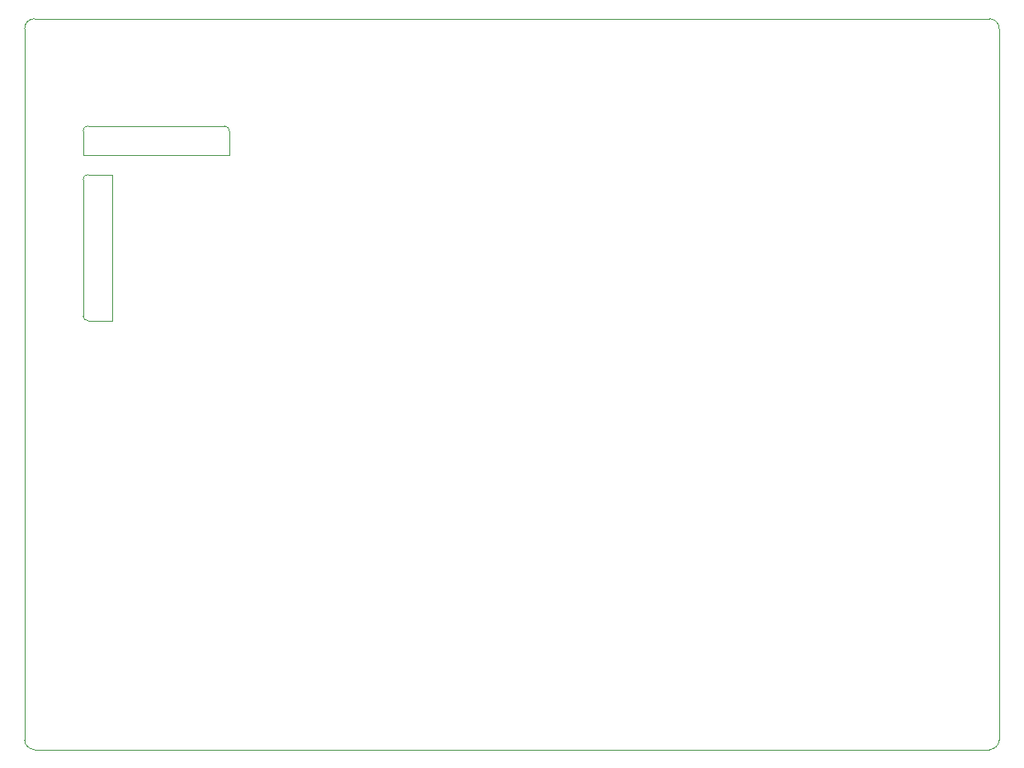
<source format=gbr>
%TF.GenerationSoftware,KiCad,Pcbnew,9.0.2*%
%TF.CreationDate,2025-06-27T23:26:37+02:00*%
%TF.ProjectId,gp-bbq20kbd-breakout-board,67702d62-6271-4323-906b-62642d627265,rev?*%
%TF.SameCoordinates,Original*%
%TF.FileFunction,Profile,NP*%
%FSLAX46Y46*%
G04 Gerber Fmt 4.6, Leading zero omitted, Abs format (unit mm)*
G04 Created by KiCad (PCBNEW 9.0.2) date 2025-06-27 23:26:37*
%MOMM*%
%LPD*%
G01*
G04 APERTURE LIST*
%TA.AperFunction,Profile*%
%ADD10C,0.050000*%
%TD*%
G04 APERTURE END LIST*
D10*
X99000000Y-81000000D02*
X99000000Y-66000000D01*
X90000000Y-51000000D02*
G75*
G02*
X91000000Y-50000000I1000000J0D01*
G01*
X190000000Y-124000000D02*
G75*
G02*
X189000000Y-125000000I-1000000J0D01*
G01*
X90000000Y-51000000D02*
X90000000Y-124000000D01*
X96000000Y-61500000D02*
G75*
G02*
X96500000Y-61000000I500000J0D01*
G01*
X99000000Y-66000000D02*
X96500000Y-66000000D01*
X189000000Y-50000000D02*
G75*
G02*
X190000000Y-51000000I0J-1000000D01*
G01*
X91000000Y-125000000D02*
X188990305Y-125000000D01*
X110500000Y-61000000D02*
X96500000Y-61000000D01*
X190000000Y-51000000D02*
X190000000Y-124000000D01*
X111000000Y-64000000D02*
X111000000Y-61500000D01*
X96000000Y-64000000D02*
X111000000Y-64000000D01*
X91000000Y-50000000D02*
X189000000Y-50000000D01*
X96000000Y-66500000D02*
X96000000Y-80500000D01*
X91000000Y-125000000D02*
G75*
G02*
X90000000Y-124000000I0J1000000D01*
G01*
X96000000Y-66500000D02*
G75*
G02*
X96500000Y-66000000I500000J0D01*
G01*
X96000000Y-61500000D02*
X96000000Y-64000000D01*
X110500000Y-61000000D02*
G75*
G02*
X111000000Y-61500000I0J-500000D01*
G01*
X96500000Y-81000000D02*
G75*
G02*
X96000000Y-80500000I0J500000D01*
G01*
X96500000Y-81000000D02*
X99000000Y-81000000D01*
M02*

</source>
